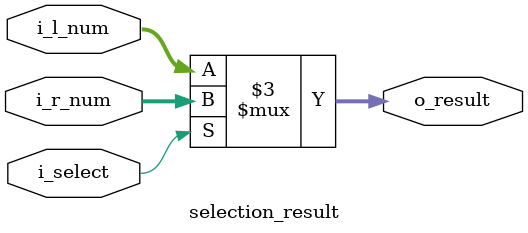
<source format=v>
`timescale 1ns / 1ps

module selection_result
    #(parameter N=8)
    (
        input wire [N-1:0] i_r_num, i_l_num,
        input wire i_select,
        output reg [N-1:0] o_result
    );

    always @* begin
        case(i_select)
            1'b1 : o_result = i_r_num;
            default: o_result = i_l_num;
        endcase
    end

endmodule

</source>
